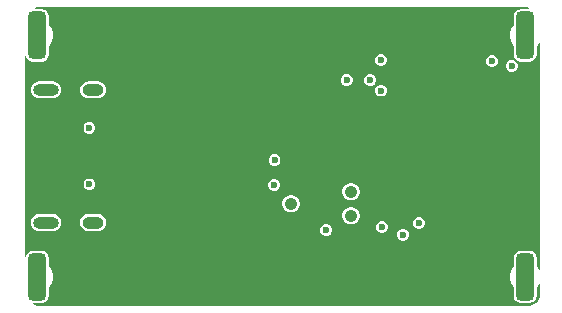
<source format=gbr>
%TF.GenerationSoftware,Altium Limited,DefaultClient, ()*%
G04 Layer_Physical_Order=3*
G04 Layer_Color=16440176*
%FSLAX26Y26*%
%MOIN*%
%TF.SameCoordinates,6A039D1A-918F-4F28-B2A4-8CF1FEB5A529*%
%TF.FilePolarity,Positive*%
%TF.FileFunction,Copper,L3,Inr,Signal*%
%TF.Part,Single*%
G01*
G75*
%TA.AperFunction,ComponentPad*%
%ADD33O,0.086614X0.039370*%
%ADD34O,0.070866X0.039370*%
%TA.AperFunction,ViaPad*%
G04:AMPARAMS|DCode=35|XSize=157.48mil|YSize=60mil|CornerRadius=15mil|HoleSize=0mil|Usage=FLASHONLY|Rotation=90.000|XOffset=0mil|YOffset=0mil|HoleType=Round|Shape=RoundedRectangle|*
%AMROUNDEDRECTD35*
21,1,0.157480,0.030000,0,0,90.0*
21,1,0.127480,0.060000,0,0,90.0*
1,1,0.030000,0.015000,0.063740*
1,1,0.030000,0.015000,-0.063740*
1,1,0.030000,-0.015000,-0.063740*
1,1,0.030000,-0.015000,0.063740*
%
%ADD35ROUNDEDRECTD35*%
%TA.AperFunction,ComponentPad*%
%ADD36C,0.042008*%
%TA.AperFunction,ViaPad*%
%ADD37C,0.023622*%
G36*
X829029Y494424D02*
X828537Y489424D01*
X799961D01*
X791036Y487649D01*
X783469Y482594D01*
X778414Y475027D01*
X776639Y466102D01*
Y436421D01*
X774006Y433788D01*
X767267Y422117D01*
X763779Y409100D01*
Y395624D01*
X767267Y382607D01*
X774006Y370936D01*
X776639Y368303D01*
Y338622D01*
X778414Y329697D01*
X783469Y322131D01*
X791036Y317075D01*
X799961Y315300D01*
X829961D01*
X838886Y317075D01*
X846452Y322131D01*
X851507Y329697D01*
X853283Y338622D01*
Y368303D01*
X855916Y370936D01*
X860158Y378283D01*
X865158Y376943D01*
Y-376943D01*
X860158Y-378283D01*
X855916Y-370936D01*
X853283Y-368303D01*
Y-338622D01*
X851507Y-329697D01*
X846452Y-322131D01*
X838886Y-317075D01*
X829961Y-315300D01*
X799961D01*
X791036Y-317075D01*
X783469Y-322131D01*
X778414Y-329697D01*
X776639Y-338622D01*
Y-368303D01*
X774006Y-370936D01*
X767267Y-382607D01*
X763779Y-395624D01*
Y-409100D01*
X767267Y-422117D01*
X774006Y-433788D01*
X776639Y-436421D01*
Y-466102D01*
X778414Y-475027D01*
X783469Y-482594D01*
X791036Y-487649D01*
X799961Y-489424D01*
X829961D01*
X838886Y-487649D01*
X846452Y-482594D01*
X851507Y-475027D01*
X853283Y-466102D01*
Y-436421D01*
X855916Y-433788D01*
X860158Y-426441D01*
X865158Y-427781D01*
Y-462539D01*
X863644Y-470145D01*
X860677Y-477310D01*
X856368Y-483758D01*
X850884Y-489242D01*
X844436Y-493551D01*
X837271Y-496519D01*
X829665Y-498031D01*
X-811740D01*
X-820837Y-496222D01*
X-825178Y-494353D01*
X-824198Y-489424D01*
X-796024D01*
X-787099Y-487649D01*
X-779532Y-482594D01*
X-774477Y-475027D01*
X-772702Y-466102D01*
Y-436421D01*
X-770069Y-433788D01*
X-763330Y-422117D01*
X-759842Y-409100D01*
Y-395624D01*
X-763330Y-382607D01*
X-770069Y-370936D01*
X-772702Y-368303D01*
Y-338622D01*
X-774477Y-329697D01*
X-779532Y-322131D01*
X-787099Y-317075D01*
X-796024Y-315300D01*
X-826024D01*
X-834949Y-317075D01*
X-842515Y-322131D01*
X-847570Y-329697D01*
X-849185Y-337813D01*
X-854184Y-337317D01*
X-853346Y311024D01*
Y333106D01*
X-848346Y333598D01*
X-847570Y329697D01*
X-842515Y322131D01*
X-834949Y317075D01*
X-826024Y315300D01*
X-796024D01*
X-787099Y317075D01*
X-779532Y322131D01*
X-774477Y329697D01*
X-772702Y338622D01*
Y368303D01*
X-770069Y370936D01*
X-763330Y382607D01*
X-759842Y395624D01*
Y409100D01*
X-763330Y422117D01*
X-770069Y433788D01*
X-772702Y436421D01*
Y466102D01*
X-774477Y475027D01*
X-779532Y482594D01*
X-787099Y487649D01*
X-796024Y489424D01*
X-814690D01*
X-817967Y494425D01*
X-817702Y495034D01*
X-812530Y496063D01*
X820792D01*
X829029Y494424D01*
D02*
G37*
%LPC*%
G36*
X338561Y339567D02*
X330730D01*
X323495Y336570D01*
X317957Y331033D01*
X314961Y323798D01*
Y315966D01*
X317957Y308731D01*
X323495Y303194D01*
X330730Y300197D01*
X338561D01*
X345796Y303194D01*
X351334Y308731D01*
X354331Y315966D01*
Y323798D01*
X351334Y331033D01*
X345796Y336570D01*
X338561Y339567D01*
D02*
G37*
G36*
X707656Y335630D02*
X699825D01*
X692590Y332633D01*
X687052Y327096D01*
X684055Y319861D01*
Y312029D01*
X687052Y304794D01*
X692590Y299257D01*
X699825Y296260D01*
X707656D01*
X714891Y299257D01*
X720428Y304794D01*
X723425Y312029D01*
Y319861D01*
X720428Y327096D01*
X714891Y332633D01*
X707656Y335630D01*
D02*
G37*
G36*
X773601Y319882D02*
X765769D01*
X758534Y316885D01*
X752997Y311348D01*
X750000Y304113D01*
Y296281D01*
X752997Y289046D01*
X758534Y283509D01*
X765769Y280512D01*
X773601D01*
X780836Y283509D01*
X786373Y289046D01*
X789370Y296281D01*
Y304113D01*
X786373Y311348D01*
X780836Y316885D01*
X773601Y319882D01*
D02*
G37*
G36*
X302144Y272638D02*
X294313D01*
X287078Y269641D01*
X281540Y264103D01*
X278543Y256868D01*
Y249037D01*
X281540Y241802D01*
X287078Y236264D01*
X294313Y233268D01*
X302144D01*
X309379Y236264D01*
X314916Y241802D01*
X317913Y249037D01*
Y256868D01*
X314916Y264103D01*
X309379Y269641D01*
X302144Y272638D01*
D02*
G37*
G36*
X223404D02*
X215573D01*
X208338Y269641D01*
X202800Y264103D01*
X199803Y256868D01*
Y249037D01*
X202800Y241802D01*
X208338Y236264D01*
X215573Y233268D01*
X223404D01*
X230639Y236264D01*
X236176Y241802D01*
X239173Y249037D01*
Y256868D01*
X236176Y264103D01*
X230639Y269641D01*
X223404Y272638D01*
D02*
G37*
G36*
X338561Y238189D02*
X330730D01*
X323495Y235192D01*
X317957Y229655D01*
X314961Y222419D01*
Y214588D01*
X317957Y207353D01*
X323495Y201816D01*
X330730Y198819D01*
X338561D01*
X345796Y201816D01*
X351334Y207353D01*
X354331Y214588D01*
Y222419D01*
X351334Y229655D01*
X345796Y235192D01*
X338561Y238189D01*
D02*
G37*
G36*
X-609252Y249057D02*
X-640748D01*
X-647942Y248109D01*
X-654646Y245333D01*
X-660403Y240915D01*
X-664821Y235158D01*
X-667598Y228454D01*
X-668545Y221260D01*
X-667598Y214065D01*
X-664821Y207361D01*
X-660403Y201605D01*
X-654646Y197187D01*
X-647942Y194410D01*
X-640748Y193463D01*
X-609252D01*
X-602058Y194410D01*
X-595354Y197187D01*
X-589597Y201605D01*
X-585179Y207361D01*
X-582402Y214065D01*
X-581455Y221260D01*
X-582402Y228454D01*
X-585179Y235158D01*
X-589597Y240915D01*
X-595354Y245333D01*
X-602058Y248109D01*
X-609252Y249057D01*
D02*
G37*
G36*
X-758858D02*
X-806102D01*
X-813297Y248109D01*
X-820001Y245333D01*
X-825758Y240915D01*
X-830175Y235158D01*
X-832952Y228454D01*
X-833899Y221260D01*
X-832952Y214065D01*
X-830175Y207361D01*
X-825758Y201605D01*
X-820001Y197187D01*
X-813297Y194410D01*
X-806102Y193463D01*
X-758858D01*
X-751664Y194410D01*
X-744960Y197187D01*
X-739203Y201605D01*
X-734785Y207361D01*
X-732009Y214065D01*
X-731061Y221260D01*
X-732009Y228454D01*
X-734785Y235158D01*
X-739203Y240915D01*
X-744960Y245333D01*
X-751664Y248109D01*
X-758858Y249057D01*
D02*
G37*
G36*
X-633880Y114173D02*
X-641711D01*
X-648946Y111176D01*
X-654484Y105639D01*
X-657480Y98404D01*
Y90573D01*
X-654484Y83338D01*
X-648946Y77800D01*
X-641711Y74803D01*
X-633880D01*
X-626645Y77800D01*
X-621107Y83338D01*
X-618110Y90573D01*
Y98404D01*
X-621107Y105639D01*
X-626645Y111176D01*
X-633880Y114173D01*
D02*
G37*
G36*
X-16754Y5906D02*
X-24585D01*
X-31820Y2909D01*
X-37358Y-2629D01*
X-40354Y-9864D01*
Y-17695D01*
X-37358Y-24930D01*
X-31820Y-30468D01*
X-24585Y-33465D01*
X-16754D01*
X-9519Y-30468D01*
X-3981Y-24930D01*
X-984Y-17695D01*
Y-9864D01*
X-3981Y-2629D01*
X-9519Y2909D01*
X-16754Y5906D01*
D02*
G37*
G36*
X-633880Y-74803D02*
X-641711D01*
X-648946Y-77800D01*
X-654484Y-83338D01*
X-657480Y-90573D01*
Y-98404D01*
X-654484Y-105639D01*
X-648946Y-111176D01*
X-641711Y-114173D01*
X-633880D01*
X-626645Y-111176D01*
X-621107Y-105639D01*
X-618110Y-98404D01*
Y-90573D01*
X-621107Y-83338D01*
X-626645Y-77800D01*
X-633880Y-74803D01*
D02*
G37*
G36*
X-17738Y-76772D02*
X-25569D01*
X-32804Y-79769D01*
X-38342Y-85306D01*
X-41339Y-92541D01*
Y-100372D01*
X-38342Y-107607D01*
X-32804Y-113145D01*
X-25569Y-116142D01*
X-17738D01*
X-10503Y-113145D01*
X-4965Y-107607D01*
X-1968Y-100372D01*
Y-92541D01*
X-4965Y-85306D01*
X-10503Y-79769D01*
X-17738Y-76772D01*
D02*
G37*
G36*
X237660Y-89980D02*
X230056D01*
X222712Y-91948D01*
X216127Y-95750D01*
X210750Y-101127D01*
X206948Y-107712D01*
X204980Y-115056D01*
Y-122660D01*
X206948Y-130005D01*
X210750Y-136590D01*
X216127Y-141966D01*
X222712Y-145768D01*
X230056Y-147736D01*
X237660D01*
X245005Y-145768D01*
X251590Y-141966D01*
X256966Y-136590D01*
X260768Y-130005D01*
X262736Y-122660D01*
Y-115056D01*
X260768Y-107712D01*
X256966Y-101127D01*
X251590Y-95750D01*
X245005Y-91948D01*
X237660Y-89980D01*
D02*
G37*
G36*
X37660Y-129980D02*
X30056D01*
X22712Y-131948D01*
X16127Y-135750D01*
X10750Y-141127D01*
X6948Y-147712D01*
X4980Y-155056D01*
Y-162660D01*
X6948Y-170005D01*
X10750Y-176590D01*
X16127Y-181966D01*
X22712Y-185768D01*
X30056Y-187736D01*
X37660D01*
X45005Y-185768D01*
X51590Y-181966D01*
X56966Y-176590D01*
X60768Y-170005D01*
X62736Y-162660D01*
Y-155056D01*
X60768Y-147712D01*
X56966Y-141127D01*
X51590Y-135750D01*
X45005Y-131948D01*
X37660Y-129980D01*
D02*
G37*
G36*
X237660Y-169980D02*
X230056D01*
X222712Y-171948D01*
X216127Y-175750D01*
X210750Y-181127D01*
X206948Y-187712D01*
X204980Y-195056D01*
Y-202660D01*
X206948Y-210005D01*
X210750Y-216590D01*
X216127Y-221966D01*
X222712Y-225768D01*
X230056Y-227736D01*
X237660D01*
X245005Y-225768D01*
X251590Y-221966D01*
X256966Y-216590D01*
X260768Y-210005D01*
X262736Y-202660D01*
Y-195056D01*
X260768Y-187712D01*
X256966Y-181127D01*
X251590Y-175750D01*
X245005Y-171948D01*
X237660Y-169980D01*
D02*
G37*
G36*
X464546Y-203740D02*
X456714D01*
X449479Y-206737D01*
X443942Y-212274D01*
X440945Y-219510D01*
Y-227341D01*
X443942Y-234576D01*
X449479Y-240113D01*
X456714Y-243110D01*
X464546D01*
X471781Y-240113D01*
X477318Y-234576D01*
X480315Y-227341D01*
Y-219510D01*
X477318Y-212274D01*
X471781Y-206737D01*
X464546Y-203740D01*
D02*
G37*
G36*
X-609252Y-193463D02*
X-640748D01*
X-647942Y-194410D01*
X-654646Y-197187D01*
X-660403Y-201605D01*
X-664821Y-207361D01*
X-667598Y-214065D01*
X-668545Y-221260D01*
X-667598Y-228454D01*
X-664821Y-235158D01*
X-660403Y-240915D01*
X-654646Y-245333D01*
X-647942Y-248109D01*
X-640748Y-249057D01*
X-609252D01*
X-602058Y-248109D01*
X-595354Y-245333D01*
X-589597Y-240915D01*
X-585179Y-235158D01*
X-582402Y-228454D01*
X-581455Y-221260D01*
X-582402Y-214065D01*
X-585179Y-207361D01*
X-589597Y-201605D01*
X-595354Y-197187D01*
X-602058Y-194410D01*
X-609252Y-193463D01*
D02*
G37*
G36*
X-758858D02*
X-806102D01*
X-813297Y-194410D01*
X-820001Y-197187D01*
X-825758Y-201605D01*
X-830175Y-207361D01*
X-832952Y-214065D01*
X-833899Y-221260D01*
X-832952Y-228454D01*
X-830175Y-235158D01*
X-825758Y-240915D01*
X-820001Y-245333D01*
X-813297Y-248109D01*
X-806102Y-249057D01*
X-758858D01*
X-751664Y-248109D01*
X-744960Y-245333D01*
X-739203Y-240915D01*
X-734785Y-235158D01*
X-732009Y-228454D01*
X-731061Y-221260D01*
X-732009Y-214065D01*
X-734785Y-207361D01*
X-739203Y-201605D01*
X-744960Y-197187D01*
X-751664Y-194410D01*
X-758858Y-193463D01*
D02*
G37*
G36*
X341514Y-217520D02*
X333683D01*
X326448Y-220517D01*
X320910Y-226054D01*
X317913Y-233289D01*
Y-241120D01*
X320910Y-248355D01*
X326448Y-253893D01*
X333683Y-256890D01*
X341514D01*
X348749Y-253893D01*
X354287Y-248355D01*
X357283Y-241120D01*
Y-233289D01*
X354287Y-226054D01*
X348749Y-220517D01*
X341514Y-217520D01*
D02*
G37*
G36*
X155490Y-227362D02*
X147659D01*
X140424Y-230359D01*
X134887Y-235897D01*
X131890Y-243132D01*
Y-250963D01*
X134887Y-258198D01*
X140424Y-263736D01*
X147659Y-266732D01*
X155490D01*
X162726Y-263736D01*
X168263Y-258198D01*
X171260Y-250963D01*
Y-243132D01*
X168263Y-235897D01*
X162726Y-230359D01*
X155490Y-227362D01*
D02*
G37*
G36*
X411396Y-242126D02*
X403565D01*
X396330Y-245123D01*
X390792Y-250660D01*
X387795Y-257895D01*
Y-265727D01*
X390792Y-272962D01*
X396330Y-278499D01*
X403565Y-281496D01*
X411396D01*
X418631Y-278499D01*
X424168Y-272962D01*
X427165Y-265727D01*
Y-257895D01*
X424168Y-250660D01*
X418631Y-245123D01*
X411396Y-242126D01*
D02*
G37*
%LPD*%
D33*
X-782480Y221260D02*
D03*
Y-221260D02*
D03*
D34*
X-625000D02*
D03*
Y221260D02*
D03*
D35*
X814961Y402362D02*
D03*
Y-402362D02*
D03*
X-811024D02*
D03*
Y402362D02*
D03*
D36*
X233858Y-198858D02*
D03*
Y-118858D02*
D03*
X33858Y-158858D02*
D03*
D37*
X769685Y300197D02*
D03*
X703740Y315945D02*
D03*
X664528Y416339D02*
D03*
X537402Y247047D02*
D03*
X618110Y260827D02*
D03*
X-637795Y94488D02*
D03*
Y-94488D02*
D03*
X-626968Y125984D02*
D03*
X-527559Y-125984D02*
D03*
X-569882Y-345472D02*
D03*
Y347441D02*
D03*
X184055Y-220472D02*
D03*
X201772Y159449D02*
D03*
X585630Y246063D02*
D03*
X334646Y319882D02*
D03*
X460630Y-223425D02*
D03*
X407480Y-261811D02*
D03*
X750000Y-15748D02*
D03*
X675197Y-204724D02*
D03*
X582677Y-134843D02*
D03*
X625984Y-65748D02*
D03*
X775591Y90551D02*
D03*
X776575Y173228D02*
D03*
X-21654Y-96457D02*
D03*
X-20669Y-13780D02*
D03*
X86614Y213543D02*
D03*
X11811Y360236D02*
D03*
X219488Y252953D02*
D03*
X298228D02*
D03*
X183071Y429134D02*
D03*
X-166339Y53150D02*
D03*
X-375118Y153543D02*
D03*
X-276811D02*
D03*
X-457008D02*
D03*
X359252Y-366142D02*
D03*
X260827D02*
D03*
X151575Y-247047D02*
D03*
X337598Y-237205D02*
D03*
X161417Y-366142D02*
D03*
X657480Y-460630D02*
D03*
X555118D02*
D03*
X334646Y218504D02*
D03*
%TF.MD5,fdb3b2cf048f4a9c536d56058cb7b8fd*%
M02*

</source>
